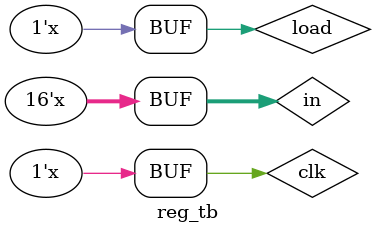
<source format=v>
`include "Hadif_B190513CS_Q03.v"

module reg_tb;

wire [15:0] o;
reg [15:0] in;
reg load, clk;

register r1(o, in, load, clk);

initial
begin
  clk=0;
  in=0;
  load=0;
  $dumpfile("dff.vcd");
  $dumpvars(0, r1);
  $display("clk  load     in    out");
  $monitor("  %b     %b  %d  %d", clk, load, in, o);
end

always #5 in = in+1;
always #3 clk = ~clk;
always #13 load = ~load;

endmodule
</source>
